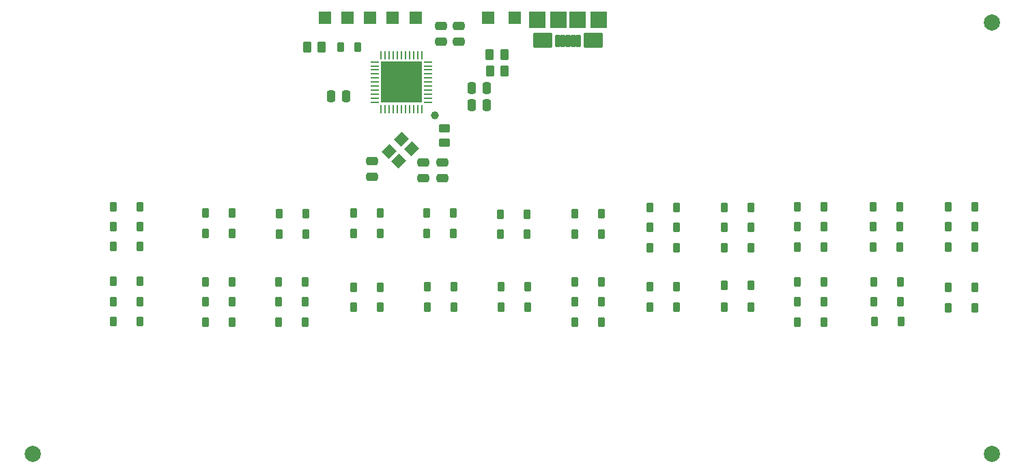
<source format=gbr>
%TF.GenerationSoftware,KiCad,Pcbnew,8.0.7*%
%TF.CreationDate,2025-01-06T21:25:14-08:00*%
%TF.ProjectId,Keyboard V1,4b657962-6f61-4726-9420-56312e6b6963,rev?*%
%TF.SameCoordinates,Original*%
%TF.FileFunction,Soldermask,Bot*%
%TF.FilePolarity,Negative*%
%FSLAX46Y46*%
G04 Gerber Fmt 4.6, Leading zero omitted, Abs format (unit mm)*
G04 Created by KiCad (PCBNEW 8.0.7) date 2025-01-06 21:25:14*
%MOMM*%
%LPD*%
G01*
G04 APERTURE LIST*
G04 Aperture macros list*
%AMRoundRect*
0 Rectangle with rounded corners*
0 $1 Rounding radius*
0 $2 $3 $4 $5 $6 $7 $8 $9 X,Y pos of 4 corners*
0 Add a 4 corners polygon primitive as box body*
4,1,4,$2,$3,$4,$5,$6,$7,$8,$9,$2,$3,0*
0 Add four circle primitives for the rounded corners*
1,1,$1+$1,$2,$3*
1,1,$1+$1,$4,$5*
1,1,$1+$1,$6,$7*
1,1,$1+$1,$8,$9*
0 Add four rect primitives between the rounded corners*
20,1,$1+$1,$2,$3,$4,$5,0*
20,1,$1+$1,$4,$5,$6,$7,0*
20,1,$1+$1,$6,$7,$8,$9,0*
20,1,$1+$1,$8,$9,$2,$3,0*%
%AMRotRect*
0 Rectangle, with rotation*
0 The origin of the aperture is its center*
0 $1 length*
0 $2 width*
0 $3 Rotation angle, in degrees counterclockwise*
0 Add horizontal line*
21,1,$1,$2,0,0,$3*%
G04 Aperture macros list end*
%ADD10C,2.000000*%
%ADD11RoundRect,0.250000X0.550000X0.550000X-0.550000X0.550000X-0.550000X-0.550000X0.550000X-0.550000X0*%
%ADD12RoundRect,0.225000X0.225000X0.375000X-0.225000X0.375000X-0.225000X-0.375000X0.225000X-0.375000X0*%
%ADD13RoundRect,0.250000X-0.475000X0.250000X-0.475000X-0.250000X0.475000X-0.250000X0.475000X0.250000X0*%
%ADD14RoundRect,0.062500X0.475000X0.062500X-0.475000X0.062500X-0.475000X-0.062500X0.475000X-0.062500X0*%
%ADD15RoundRect,0.062500X0.062500X0.475000X-0.062500X0.475000X-0.062500X-0.475000X0.062500X-0.475000X0*%
%ADD16R,5.200000X5.200000*%
%ADD17RoundRect,0.250000X-0.250000X-0.475000X0.250000X-0.475000X0.250000X0.475000X-0.250000X0.475000X0*%
%ADD18RoundRect,0.250000X0.450000X-0.262500X0.450000X0.262500X-0.450000X0.262500X-0.450000X-0.262500X0*%
%ADD19RotRect,1.400000X1.200000X45.000000*%
%ADD20RoundRect,0.250000X-0.262500X-0.450000X0.262500X-0.450000X0.262500X0.450000X-0.262500X0.450000X0*%
%ADD21RoundRect,0.250000X0.250000X0.475000X-0.250000X0.475000X-0.250000X-0.475000X0.250000X-0.475000X0*%
%ADD22RoundRect,0.250000X0.475000X-0.250000X0.475000X0.250000X-0.475000X0.250000X-0.475000X-0.250000X0*%
%ADD23RoundRect,0.218750X-0.218750X-0.381250X0.218750X-0.381250X0.218750X0.381250X-0.218750X0.381250X0*%
%ADD24C,1.000000*%
%ADD25RoundRect,0.102000X-0.200000X-0.675000X0.200000X-0.675000X0.200000X0.675000X-0.200000X0.675000X0*%
%ADD26RoundRect,0.102000X-1.050000X-0.800000X1.050000X-0.800000X1.050000X0.800000X-1.050000X0.800000X0*%
%ADD27RoundRect,0.102000X-0.900000X-0.950000X0.900000X-0.950000X0.900000X0.950000X-0.900000X0.950000X0*%
%ADD28RoundRect,0.102000X-0.950000X-0.950000X0.950000X-0.950000X0.950000X0.950000X-0.950000X0.950000X0*%
G04 APERTURE END LIST*
D10*
%TO.C,*%
X109130000Y-120740000D03*
%TD*%
D11*
%TO.C,+5V*%
X165640000Y-66680000D03*
%TD*%
%TO.C,GND*%
X168920000Y-66680000D03*
%TD*%
%TO.C,F6*%
X145380000Y-66680000D03*
%TD*%
%TO.C,F5*%
X148170000Y-66680000D03*
%TD*%
%TO.C,F4*%
X150990000Y-66680000D03*
%TD*%
%TO.C,F1*%
X153830000Y-66680000D03*
%TD*%
%TO.C,F0*%
X156680000Y-66680000D03*
%TD*%
D12*
%TO.C,D26*%
X189032500Y-92690000D03*
X185732500Y-92690000D03*
%TD*%
D13*
%TO.C,C5*%
X159970000Y-84630001D03*
X159970000Y-86529999D03*
%TD*%
D14*
%TO.C,U1*%
X158227500Y-72140000D03*
X158227500Y-72640000D03*
X158227500Y-73140000D03*
X158227500Y-73640000D03*
X158227500Y-74140000D03*
X158227500Y-74640000D03*
X158227500Y-75140000D03*
X158227500Y-75640000D03*
X158227500Y-76140000D03*
X158227500Y-76640000D03*
X158227500Y-77140000D03*
D15*
X157390000Y-77977500D03*
X156890000Y-77977500D03*
X156390000Y-77977500D03*
X155890000Y-77977500D03*
X155390000Y-77977500D03*
X154890000Y-77977500D03*
X154390000Y-77977500D03*
X153890000Y-77977500D03*
X153390000Y-77977500D03*
X152890000Y-77977500D03*
X152390000Y-77977500D03*
D14*
X151552500Y-77140000D03*
X151552500Y-76640000D03*
X151552500Y-76140000D03*
X151552500Y-75640000D03*
X151552500Y-75140000D03*
X151552500Y-74640000D03*
X151552500Y-74140000D03*
X151552500Y-73640000D03*
X151552500Y-73140000D03*
X151552500Y-72640000D03*
X151552500Y-72140000D03*
D15*
X152390000Y-71302500D03*
X152890000Y-71302500D03*
X153390000Y-71302500D03*
X153890000Y-71302500D03*
X154390000Y-71302500D03*
X154890000Y-71302500D03*
X155390000Y-71302500D03*
X155890000Y-71302500D03*
X156390000Y-71302500D03*
X156890000Y-71302500D03*
X157390000Y-71302500D03*
D16*
X154890000Y-74640000D03*
%TD*%
D12*
%TO.C,D36*%
X170532500Y-100045000D03*
X167232500Y-100045000D03*
%TD*%
%TO.C,D39*%
X198232500Y-99895000D03*
X194932500Y-99895000D03*
%TD*%
D17*
%TO.C,C6*%
X163580001Y-77500000D03*
X165479999Y-77500000D03*
%TD*%
D12*
%TO.C,D28*%
X207332500Y-92590000D03*
X204032500Y-92590000D03*
%TD*%
%TO.C,D47*%
X161432500Y-102590000D03*
X158132500Y-102590000D03*
%TD*%
%TO.C,D14*%
X189032500Y-90190000D03*
X185732500Y-90190000D03*
%TD*%
%TO.C,D60*%
X226032500Y-102690000D03*
X222732500Y-102690000D03*
%TD*%
%TO.C,D2*%
X189032500Y-95190000D03*
X185732500Y-95190000D03*
%TD*%
%TO.C,D43*%
X122460000Y-101850000D03*
X119160000Y-101850000D03*
%TD*%
D18*
%TO.C,RC3*%
X160190000Y-82180000D03*
X160190000Y-80355000D03*
%TD*%
D19*
%TO.C,Y1*%
X153361142Y-83276777D03*
X154916777Y-81721142D03*
X156118858Y-82923223D03*
X154563223Y-84478858D03*
%TD*%
D12*
%TO.C,D24*%
X170480000Y-91010000D03*
X167180000Y-91010000D03*
%TD*%
%TO.C,D40*%
X207332500Y-99395000D03*
X204032500Y-99395000D03*
%TD*%
%TO.C,D25*%
X179732500Y-93490000D03*
X176432500Y-93490000D03*
%TD*%
%TO.C,D11*%
X161312500Y-93380000D03*
X158012500Y-93380000D03*
%TD*%
D13*
%TO.C,C3*%
X151280000Y-84470000D03*
X151280000Y-86370000D03*
%TD*%
D12*
%TO.C,D34*%
X152232500Y-100090000D03*
X148932500Y-100090000D03*
%TD*%
%TO.C,D49*%
X179732500Y-104390000D03*
X176432500Y-104390000D03*
%TD*%
%TO.C,D57*%
X179732500Y-101890000D03*
X176432500Y-101890000D03*
%TD*%
%TO.C,D42*%
X226032500Y-100100000D03*
X222732500Y-100100000D03*
%TD*%
%TO.C,D52*%
X207332500Y-104390000D03*
X204032500Y-104390000D03*
%TD*%
%TO.C,D51*%
X198232500Y-102590000D03*
X194932500Y-102590000D03*
%TD*%
%TO.C,D19*%
X122460000Y-95030000D03*
X119160000Y-95030000D03*
%TD*%
%TO.C,D30*%
X226032500Y-92590000D03*
X222732500Y-92590000D03*
%TD*%
%TO.C,D3*%
X198232500Y-95190000D03*
X194932500Y-95190000D03*
%TD*%
%TO.C,D53*%
X216832500Y-104380000D03*
X213532500Y-104380000D03*
%TD*%
%TO.C,D5*%
X216732500Y-95090000D03*
X213432500Y-95090000D03*
%TD*%
D13*
%TO.C,C8*%
X159810000Y-67710001D03*
X159810000Y-69609999D03*
%TD*%
D12*
%TO.C,D15*%
X198232500Y-90190000D03*
X194932500Y-90190000D03*
%TD*%
%TO.C,D54*%
X122470000Y-104350000D03*
X119170000Y-104350000D03*
%TD*%
%TO.C,D29*%
X216732500Y-92590000D03*
X213432500Y-92590000D03*
%TD*%
%TO.C,D41*%
X216795000Y-99390000D03*
X213495000Y-99390000D03*
%TD*%
%TO.C,D58*%
X207332500Y-101890000D03*
X204032500Y-101890000D03*
%TD*%
%TO.C,D31*%
X122460000Y-99350000D03*
X119160000Y-99350000D03*
%TD*%
D20*
%TO.C,RC1*%
X165827500Y-71210000D03*
X167652500Y-71210000D03*
%TD*%
D12*
%TO.C,D13*%
X179732500Y-90990000D03*
X176432500Y-90990000D03*
%TD*%
%TO.C,D7*%
X122480000Y-92590000D03*
X119180000Y-92590000D03*
%TD*%
%TO.C,D56*%
X142940000Y-101915000D03*
X139640000Y-101915000D03*
%TD*%
%TO.C,D33*%
X142915000Y-99390000D03*
X139615000Y-99390000D03*
%TD*%
%TO.C,D37*%
X179732500Y-99390000D03*
X176432500Y-99390000D03*
%TD*%
%TO.C,D8*%
X133882500Y-90890000D03*
X130582500Y-90890000D03*
%TD*%
%TO.C,D12*%
X170490000Y-93480000D03*
X167190000Y-93480000D03*
%TD*%
%TO.C,D48*%
X170532500Y-102590000D03*
X167232500Y-102590000D03*
%TD*%
%TO.C,D21*%
X143032500Y-93490000D03*
X139732500Y-93490000D03*
%TD*%
%TO.C,D50*%
X189032500Y-102590000D03*
X185732500Y-102590000D03*
%TD*%
%TO.C,D35*%
X161432500Y-100040000D03*
X158132500Y-100040000D03*
%TD*%
%TO.C,D16*%
X207332500Y-90090000D03*
X204032500Y-90090000D03*
%TD*%
%TO.C,D59*%
X216795000Y-101890000D03*
X213495000Y-101890000D03*
%TD*%
%TO.C,D27*%
X198232500Y-92690000D03*
X194932500Y-92690000D03*
%TD*%
%TO.C,D32*%
X133870000Y-99430000D03*
X130570000Y-99430000D03*
%TD*%
%TO.C,D20*%
X133882500Y-93390000D03*
X130582500Y-93390000D03*
%TD*%
D13*
%TO.C,C4*%
X157620000Y-84640001D03*
X157620000Y-86539999D03*
%TD*%
D12*
%TO.C,D22*%
X152232500Y-93390000D03*
X148932500Y-93390000D03*
%TD*%
%TO.C,D45*%
X142965000Y-104415000D03*
X139665000Y-104415000D03*
%TD*%
%TO.C,D9*%
X143032500Y-90980000D03*
X139732500Y-90980000D03*
%TD*%
%TO.C,D55*%
X133882500Y-101890000D03*
X130582500Y-101890000D03*
%TD*%
D21*
%TO.C,C2*%
X148064999Y-76390000D03*
X146165001Y-76390000D03*
%TD*%
D12*
%TO.C,D17*%
X216732500Y-90090000D03*
X213432500Y-90090000D03*
%TD*%
%TO.C,D46*%
X152232500Y-102590000D03*
X148932500Y-102590000D03*
%TD*%
D22*
%TO.C,C1*%
X161960000Y-69599999D03*
X161960000Y-67700001D03*
%TD*%
D12*
%TO.C,D38*%
X189032500Y-99995000D03*
X185732500Y-99995000D03*
%TD*%
%TO.C,D4*%
X207332500Y-95090000D03*
X204032500Y-95090000D03*
%TD*%
D20*
%TO.C,RC4*%
X143177500Y-70315000D03*
X145002500Y-70315000D03*
%TD*%
D12*
%TO.C,D10*%
X152232500Y-90890000D03*
X148932500Y-90890000D03*
%TD*%
%TO.C,D1*%
X122490000Y-90140000D03*
X119190000Y-90140000D03*
%TD*%
D23*
%TO.C,L1*%
X147352500Y-70340000D03*
X149477500Y-70340000D03*
%TD*%
D12*
%TO.C,D18*%
X226032500Y-90090000D03*
X222732500Y-90090000D03*
%TD*%
D17*
%TO.C,C7*%
X163590000Y-75410000D03*
X165490000Y-75410000D03*
%TD*%
D20*
%TO.C,RC2*%
X165857500Y-73300000D03*
X167682500Y-73300000D03*
%TD*%
D12*
%TO.C,D6*%
X226032500Y-95090000D03*
X222732500Y-95090000D03*
%TD*%
%TO.C,D23*%
X161312500Y-90880000D03*
X158012500Y-90880000D03*
%TD*%
%TO.C,D44*%
X133862500Y-104390000D03*
X130562500Y-104390000D03*
%TD*%
D24*
%TO.C,REF*%
X159015000Y-78765000D03*
%TD*%
D10*
%TO.C,REF*%
X228130000Y-67240000D03*
%TD*%
D25*
%TO.C,J2*%
X174240000Y-69585000D03*
X174890000Y-69585000D03*
X175540000Y-69585000D03*
X176190000Y-69585000D03*
X176840000Y-69585000D03*
D26*
X172440000Y-69460000D03*
X178640000Y-69460000D03*
D27*
X171740000Y-66910000D03*
D28*
X174340000Y-66910000D03*
X176740000Y-66910000D03*
D27*
X179340000Y-66910000D03*
%TD*%
D10*
%TO.C,*%
X228130000Y-120740000D03*
%TD*%
M02*

</source>
